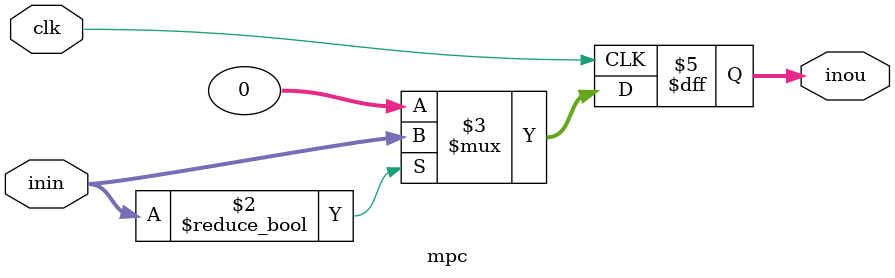
<source format=v>
`timescale 1ns/1ns
module mpc(
	input clk,
	input [31:0]inin,
	output reg[31:0]inou
);

initial begin
	inou[31:0]=32'd0;
end

always @(posedge clk)begin
	inou = (inin) ? inin : 32'd0;
end

endmodule
</source>
